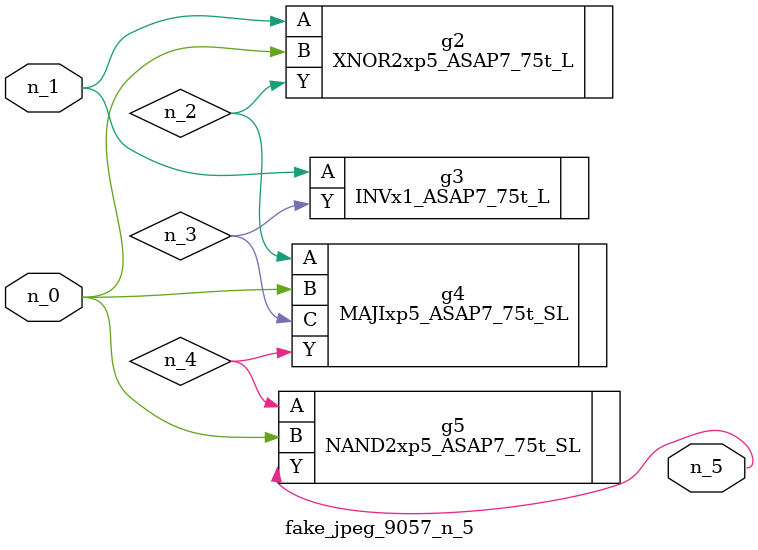
<source format=v>
module fake_jpeg_9057_n_5 (n_0, n_1, n_5);

input n_0;
input n_1;

output n_5;

wire n_3;
wire n_2;
wire n_4;

XNOR2xp5_ASAP7_75t_L g2 ( 
.A(n_1),
.B(n_0),
.Y(n_2)
);

INVx1_ASAP7_75t_L g3 ( 
.A(n_1),
.Y(n_3)
);

MAJIxp5_ASAP7_75t_SL g4 ( 
.A(n_2),
.B(n_0),
.C(n_3),
.Y(n_4)
);

NAND2xp5_ASAP7_75t_SL g5 ( 
.A(n_4),
.B(n_0),
.Y(n_5)
);


endmodule
</source>
